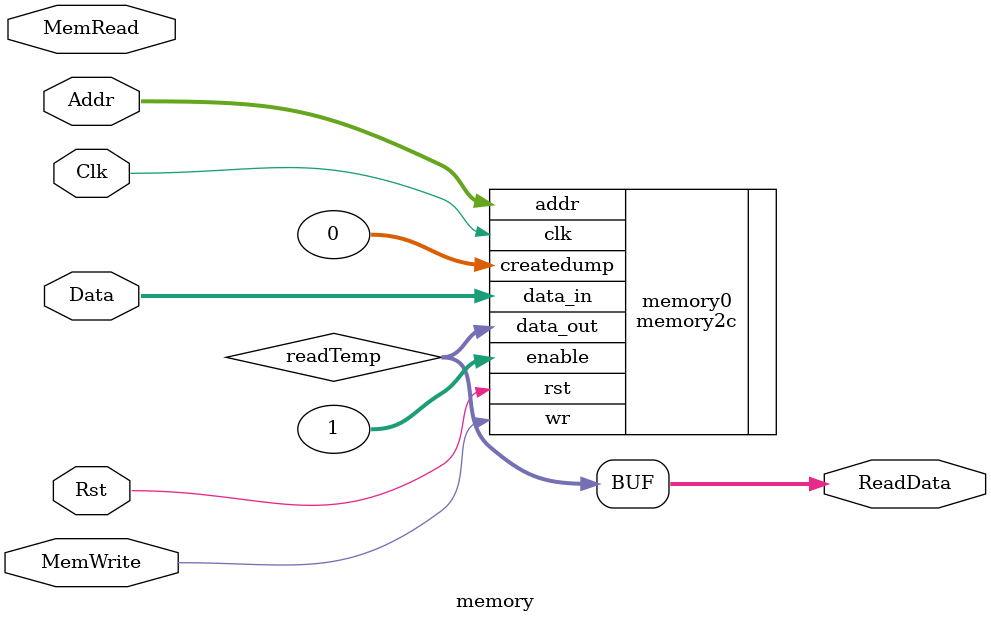
<source format=v>
module memory(Clk, Rst, Addr, Data, MemWrite, MemRead, ReadData);
   input Clk, Rst;
   input [15:0] Addr, Data;
   input 	MemWrite, MemRead;
   output [15:0] ReadData;
   wire [15:0] 	 readTemp;
   
   
   memory2c memory0(.data_out(readTemp), 
		    .data_in(Data), 
		    .addr(Addr), 
		    .enable(1), 
		    .wr(MemWrite), 
		    .createdump(0), 
		    .clk(Clk), 
		    .rst(Rst));
   assign ReadData = readTemp;
// & MemRead;
endmodule // memory

</source>
